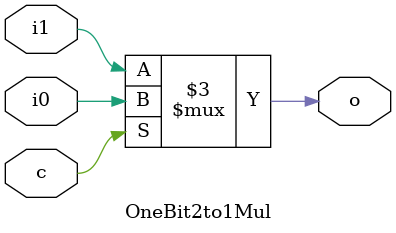
<source format=sv>
`timescale 1ns / 1ps


module OneBit2to1Mul(input logic  i0, i1,
                     input logic  c,
                     output logic o);
    
always_comb
    if(c)
        o = i0;
    else
        o = i1;   
endmodule

</source>
